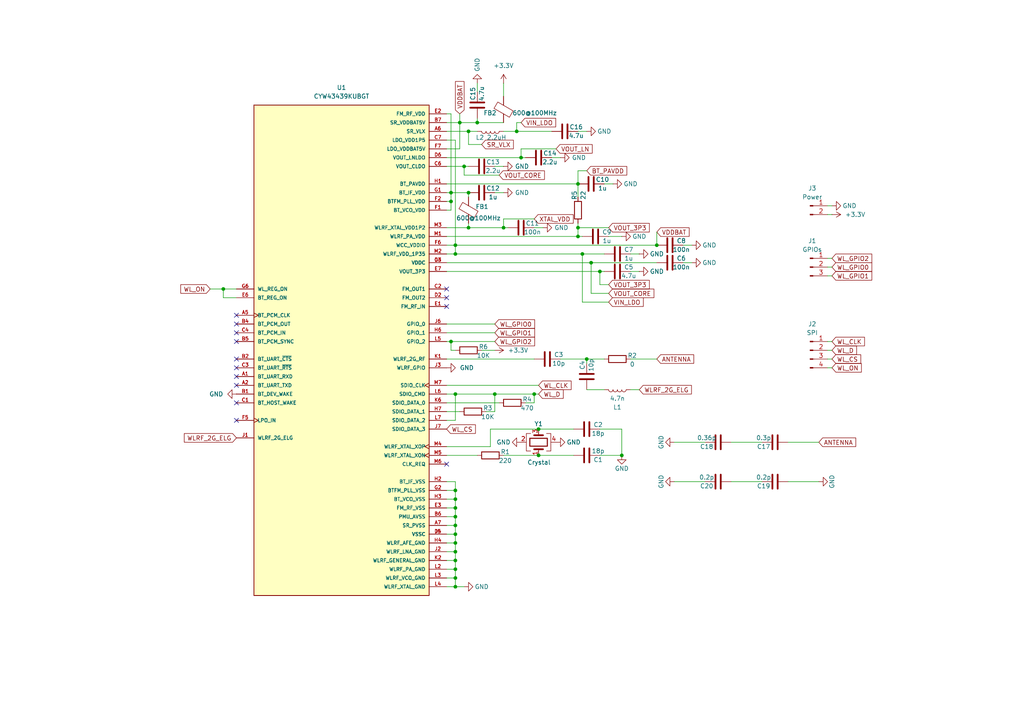
<source format=kicad_sch>
(kicad_sch (version 20231120) (generator "eeschema") (generator_version "8.0")
  (paper "A4")
  (lib_symbols
    (symbol "CYW43439:CYW43439KUBGT" (pin_names (offset 1.016))
      (property "Reference" "U" (at -25.4 73.66 0))
      (property "Value" "CYW43439KUBGT" (at -25.4 -73.66 0))
      (symbol "CYW43439KUBGT_0_0"
        (rectangle (start -25.4 -71.12) (end 25.4 71.12) (stroke (width 0.254)) (fill (type background)))
        (pin input line (at -30.48 -7.62 0) (length 5.08) (name "BT_UART_RXD") (number "A1"))
        (pin output line (at -30.48 -10.16 0) (length 5.08) (name "BT_UART_TXD") (number "A2"))
        (pin bidirectional clock (at -30.48 10.16 0) (length 5.08) (name "BT_PCM_CLK") (number "A5"))
        (pin power_in line (at 30.48 63.5 180) (length 5.08) (name "SR_VLX") (number "A6"))
        (pin power_in line (at 30.48 -50.8 180) (length 5.08) (name "SR_PVSS") (number "A7"))
        (pin bidirectional line (at -30.48 -12.7 0) (length 5.08) (name "BT_DEV_WAKE") (number "B1"))
        (pin input line (at -30.48 -2.54 0) (length 5.08) (name "BT_UART_~{CTS}") (number "B2"))
        (pin output line (at -30.48 7.62 0) (length 5.08) (name "BT_PCM_OUT") (number "B4"))
        (pin bidirectional line (at -30.48 2.54 0) (length 5.08) (name "BT_PCM_SYNC") (number "B5"))
        (pin power_in line (at 30.48 -48.26 180) (length 5.08) (name "PMU_AVSS") (number "B6"))
        (pin power_in line (at 30.48 66.04 180) (length 5.08) (name "SR_VDDBAT5V") (number "B7"))
        (pin bidirectional line (at -30.48 -15.24 0) (length 5.08) (name "BT_HOST_WAKE") (number "C1"))
        (pin output line (at 30.48 17.78 180) (length 5.08) (name "FM_OUT1") (number "C2"))
        (pin output line (at -30.48 -5.08 0) (length 5.08) (name "BT_UART_~{RTS}") (number "C3"))
        (pin input line (at -30.48 5.08 0) (length 5.08) (name "BT_PCM_IN") (number "C4"))
        (pin power_in line (at 30.48 53.34 180) (length 5.08) (name "VOUT_CLDO") (number "C6"))
        (pin power_in line (at 30.48 60.96 180) (length 5.08) (name "LDO_VDD1P5") (number "C7"))
        (pin output line (at 30.48 15.24 180) (length 5.08) (name "FM_OUT2") (number "D2"))
        (pin power_in line (at 30.48 25.4 180) (length 5.08) (name "VDDC") (number "D3"))
        (pin power_in line (at 30.48 -53.34 180) (length 5.08) (name "VSSC") (number "D4"))
        (pin power_in line (at 30.48 55.88 180) (length 5.08) (name "VOUT_LNLDO") (number "D6"))
        (pin input line (at 30.48 12.7 180) (length 5.08) (name "FM_RF_IN") (number "E1"))
        (pin bidirectional line (at 30.48 68.58 180) (length 5.08) (name "FM_RF_VDD") (number "E2"))
        (pin power_in line (at 30.48 -45.72 180) (length 5.08) (name "FM_RF_VSS") (number "E3"))
        (pin input line (at -30.48 15.24 0) (length 5.08) (name "BT_REG_ON") (number "E6"))
        (pin power_in line (at 30.48 22.86 180) (length 5.08) (name "VOUT_3P3") (number "E7"))
        (pin power_in line (at 30.48 40.64 180) (length 5.08) (name "BT_VCO_VDD") (number "F1"))
        (pin power_in line (at 30.48 43.18 180) (length 5.08) (name "BTFM_PLL_VDD") (number "F2"))
        (pin input clock (at -30.48 -20.32 0) (length 5.08) (name "LPO_IN") (number "F5"))
        (pin power_in line (at 30.48 30.48 180) (length 5.08) (name "WCC_VDDIO") (number "F6"))
        (pin power_in line (at 30.48 58.42 180) (length 5.08) (name "LDO_VDDBAT5V") (number "F7"))
        (pin power_in line (at 30.48 45.72 180) (length 5.08) (name "BT_IF_VDD") (number "G1"))
        (pin power_in line (at 30.48 -40.64 180) (length 5.08) (name "BTFM_PLL_VSS") (number "G2"))
        (pin power_in line (at 30.48 25.4 180) (length 5.08) (name "VDDC") (number "G4"))
        (pin input line (at -30.48 17.78 0) (length 5.08) (name "WL_REG_ON") (number "G6"))
        (pin power_in line (at 30.48 48.26 180) (length 5.08) (name "BT_PAVDD") (number "H1"))
        (pin power_in line (at 30.48 -38.1 180) (length 5.08) (name "BT_IF_VSS") (number "H2"))
        (pin power_in line (at 30.48 -43.18 180) (length 5.08) (name "BT_VCO_VSS") (number "H3"))
        (pin power_in line (at 30.48 -55.88 180) (length 5.08) (name "WLRF_AFE_GND") (number "H4"))
        (pin bidirectional line (at 30.48 5.08 180) (length 5.08) (name "GPIO_1") (number "H6"))
        (pin bidirectional line (at 30.48 -17.78 180) (length 5.08) (name "SDIO_DATA_1") (number "H7"))
        (pin input line (at -30.48 -25.4 0) (length 5.08) (name "WLRF_2G_ELG") (number "J1"))
        (pin power_in line (at 30.48 -58.42 180) (length 5.08) (name "WLRF_LNA_GND") (number "J2"))
        (pin bidirectional line (at 30.48 -5.08 180) (length 5.08) (name "WLRF_GPIO") (number "J3"))
        (pin power_in line (at 30.48 -53.34 180) (length 5.08) (name "VSSC") (number "J5"))
        (pin bidirectional line (at 30.48 7.62 180) (length 5.08) (name "GPIO_0") (number "J6"))
        (pin bidirectional line (at 30.48 -22.86 180) (length 5.08) (name "SDIO_DATA_3") (number "J7"))
        (pin output line (at 30.48 -2.54 180) (length 5.08) (name "WLRF_2G_RF") (number "K1"))
        (pin power_in line (at 30.48 -60.96 180) (length 5.08) (name "WLRF_GENERAL_GND") (number "K2"))
        (pin bidirectional line (at 30.48 -15.24 180) (length 5.08) (name "SDIO_DATA_0") (number "K6"))
        (pin power_in line (at 30.48 -63.5 180) (length 5.08) (name "WLRF_PA_GND") (number "L2"))
        (pin power_in line (at 30.48 -66.04 180) (length 5.08) (name "WLRF_VCO_GND") (number "L3"))
        (pin power_in line (at 30.48 -68.58 180) (length 5.08) (name "WLRF_XTAL_GND") (number "L4"))
        (pin bidirectional line (at 30.48 2.54 180) (length 5.08) (name "GPIO_2") (number "L5"))
        (pin bidirectional line (at 30.48 -12.7 180) (length 5.08) (name "SDIO_CMD") (number "L6"))
        (pin bidirectional line (at 30.48 -20.32 180) (length 5.08) (name "SDIO_DATA_2") (number "L7"))
        (pin power_in line (at 30.48 33.02 180) (length 5.08) (name "WLRF_PA_VDD") (number "M1"))
        (pin power_in line (at 30.48 27.94 180) (length 5.08) (name "WLRF_VDD_1P35") (number "M2"))
        (pin power_in line (at 30.48 35.56 180) (length 5.08) (name "WLRF_XTAL_VDD1P2") (number "M3"))
        (pin input clock (at 30.48 -27.94 180) (length 5.08) (name "WLRF_XTAL_XOP") (number "M4"))
        (pin output clock (at 30.48 -30.48 180) (length 5.08) (name "WLRF_XTAL_XON") (number "M5"))
        (pin output line (at 30.48 -33.02 180) (length 5.08) (name "CLK_REQ") (number "M6"))
        (pin input clock (at 30.48 -10.16 180) (length 5.08) (name "SDIO_CLK") (number "M7"))
      )
    )
    (symbol "Connector:Conn_01x02_Pin" (pin_names (offset 1.016) hide)
      (property "Reference" "J" (at 0 2.54 0))
      (property "Value" "Conn_01x02_Pin" (at 0 -5.08 0))
      (symbol "Conn_01x02_Pin_1_1"
        (polyline (pts (xy 1.27 -2.54) (xy 0.8636 -2.54)) (stroke (width 0.1524)))
        (polyline (pts (xy 1.27 0) (xy 0.8636 0)) (stroke (width 0.1524)))
        (rectangle (start 0.8636 -2.413) (end 0 -2.667) (stroke (width 0.1524)) (fill (type outline)))
        (rectangle (start 0.8636 0.127) (end 0 -0.127) (stroke (width 0.1524)) (fill (type outline)))
        (pin passive line (at 5.08 0 180) (length 3.81) (name "Pin_1") (number "1"))
        (pin passive line (at 5.08 -2.54 180) (length 3.81) (name "Pin_2") (number "2"))
      )
    )
    (symbol "Connector:Conn_01x03_Pin" (pin_names (offset 1.016) hide)
      (property "Reference" "J" (at 0 5.08 0))
      (property "Value" "Conn_01x03_Pin" (at 0 -5.08 0))
      (symbol "Conn_01x03_Pin_1_1"
        (polyline (pts (xy 1.27 -2.54) (xy 0.8636 -2.54)) (stroke (width 0.1524)))
        (polyline (pts (xy 1.27 0) (xy 0.8636 0)) (stroke (width 0.1524)))
        (polyline (pts (xy 1.27 2.54) (xy 0.8636 2.54)) (stroke (width 0.1524)))
        (rectangle (start 0.8636 -2.413) (end 0 -2.667) (stroke (width 0.1524)) (fill (type outline)))
        (rectangle (start 0.8636 0.127) (end 0 -0.127) (stroke (width 0.1524)) (fill (type outline)))
        (rectangle (start 0.8636 2.667) (end 0 2.413) (stroke (width 0.1524)) (fill (type outline)))
        (pin passive line (at 5.08 2.54 180) (length 3.81) (name "Pin_1") (number "1"))
        (pin passive line (at 5.08 0 180) (length 3.81) (name "Pin_2") (number "2"))
        (pin passive line (at 5.08 -2.54 180) (length 3.81) (name "Pin_3") (number "3"))
      )
    )
    (symbol "Connector:Conn_01x04_Pin" (pin_names (offset 1.016) hide)
      (property "Reference" "J" (at 0 5.08 0))
      (property "Value" "Conn_01x04_Pin" (at 0 -7.62 0))
      (symbol "Conn_01x04_Pin_1_1"
        (polyline (pts (xy 1.27 -5.08) (xy 0.8636 -5.08)) (stroke (width 0.1524)))
        (polyline (pts (xy 1.27 -2.54) (xy 0.8636 -2.54)) (stroke (width 0.1524)))
        (polyline (pts (xy 1.27 0) (xy 0.8636 0)) (stroke (width 0.1524)))
        (polyline (pts (xy 1.27 2.54) (xy 0.8636 2.54)) (stroke (width 0.1524)))
        (rectangle (start 0.8636 -4.953) (end 0 -5.207) (stroke (width 0.1524)) (fill (type outline)))
        (rectangle (start 0.8636 -2.413) (end 0 -2.667) (stroke (width 0.1524)) (fill (type outline)))
        (rectangle (start 0.8636 0.127) (end 0 -0.127) (stroke (width 0.1524)) (fill (type outline)))
        (rectangle (start 0.8636 2.667) (end 0 2.413) (stroke (width 0.1524)) (fill (type outline)))
        (pin passive line (at 5.08 2.54 180) (length 3.81) (name "Pin_1") (number "1"))
        (pin passive line (at 5.08 0 180) (length 3.81) (name "Pin_2") (number "2"))
        (pin passive line (at 5.08 -2.54 180) (length 3.81) (name "Pin_3") (number "3"))
        (pin passive line (at 5.08 -5.08 180) (length 3.81) (name "Pin_4") (number "4"))
      )
    )
    (symbol "Device:C" (pin_numbers hide) (pin_names (offset 0.254))
      (property "Reference" "C" (at 0.635 2.54 0))
      (property "Value" "C" (at 0.635 -2.54 0))
      (symbol "C_0_1"
        (polyline (pts (xy -2.032 -0.762) (xy 2.032 -0.762)) (stroke (width 0.508)))
        (polyline (pts (xy -2.032 0.762) (xy 2.032 0.762)) (stroke (width 0.508)))
      )
      (symbol "C_1_1"
        (pin passive line (at 0 3.81 270) (length 2.794) (name "~") (number "1"))
        (pin passive line (at 0 -3.81 90) (length 2.794) (name "~") (number "2"))
      )
    )
    (symbol "Device:Crystal_GND24" (pin_names (offset 1.016) hide)
      (property "Reference" "Y" (at 3.175 5.08 0))
      (property "Value" "Crystal_GND24" (at 3.175 3.175 0))
      (symbol "Crystal_GND24_0_1"
        (rectangle (start -1.143 2.54) (end 1.143 -2.54) (stroke (width 0.3048)))
        (polyline (pts (xy -2.54 0) (xy -2.032 0)))
        (polyline (pts (xy -2.032 -1.27) (xy -2.032 1.27)) (stroke (width 0.508)))
        (polyline (pts (xy 0 -3.81) (xy 0 -3.556)))
        (polyline (pts (xy 0 3.556) (xy 0 3.81)))
        (polyline (pts (xy 2.032 -1.27) (xy 2.032 1.27)) (stroke (width 0.508)))
        (polyline (pts (xy 2.032 0) (xy 2.54 0)))
        (polyline (pts (xy -2.54 -2.286) (xy -2.54 -3.556) (xy 2.54 -3.556) (xy 2.54 -2.286)))
        (polyline (pts (xy -2.54 2.286) (xy -2.54 3.556) (xy 2.54 3.556) (xy 2.54 2.286)))
      )
      (symbol "Crystal_GND24_1_1"
        (pin passive line (at -3.81 0 0) (length 1.27) (name "1") (number "1"))
        (pin passive line (at 0 5.08 270) (length 1.27) (name "2") (number "2"))
        (pin passive line (at 3.81 0 180) (length 1.27) (name "3") (number "3"))
        (pin passive line (at 0 -5.08 90) (length 1.27) (name "4") (number "4"))
      )
    )
    (symbol "Device:FerriteBead" (pin_numbers hide) (pin_names (offset 0))
      (property "Reference" "FB" (at -3.81 0.635 90))
      (property "Value" "FerriteBead" (at 3.81 0 90))
      (symbol "FerriteBead_0_1"
        (polyline (pts (xy 0 -1.27) (xy 0 -1.2192)))
        (polyline (pts (xy 0 1.27) (xy 0 1.2954)))
        (polyline (pts (xy -2.7686 0.4064) (xy -1.7018 2.2606) (xy 2.7686 -0.3048) (xy 1.6764 -2.159) (xy -2.7686 0.4064)))
      )
      (symbol "FerriteBead_1_1"
        (pin passive line (at 0 3.81 270) (length 2.54) (name "~") (number "1"))
        (pin passive line (at 0 -3.81 90) (length 2.54) (name "~") (number "2"))
      )
    )
    (symbol "Device:L" (pin_numbers hide) (pin_names (offset 1.016) hide)
      (property "Reference" "L" (at -1.27 0 90))
      (property "Value" "L" (at 1.905 0 90))
      (symbol "L_0_1"
        (arc (start 0 -2.54) (mid 0.6323 -1.905) (end 0 -1.27))
        (arc (start 0 -1.27) (mid 0.6323 -0.635) (end 0 0))
        (arc (start 0 0) (mid 0.6323 0.635) (end 0 1.27))
        (arc (start 0 1.27) (mid 0.6323 1.905) (end 0 2.54))
      )
      (symbol "L_1_1"
        (pin passive line (at 0 3.81 270) (length 1.27) (name "1") (number "1"))
        (pin passive line (at 0 -3.81 90) (length 1.27) (name "2") (number "2"))
      )
    )
    (symbol "Device:R" (pin_numbers hide) (pin_names (offset 0))
      (property "Reference" "R" (at 2.032 0 90))
      (property "Value" "R" (at 0 0 90))
      (symbol "R_0_1"
        (rectangle (start -1.016 -2.54) (end 1.016 2.54) (stroke (width 0.254)))
      )
      (symbol "R_1_1"
        (pin passive line (at 0 3.81 270) (length 1.27) (name "~") (number "1"))
        (pin passive line (at 0 -3.81 90) (length 1.27) (name "~") (number "2"))
      )
    )
    (symbol "power:+3.3V" (power) (pin_numbers hide) (pin_names (offset 0) hide)
      (property "Value" "+3.3V" (at 0 3.556 0))
      (symbol "+3.3V_0_1"
        (polyline (pts (xy -0.762 1.27) (xy 0 2.54)))
        (polyline (pts (xy 0 0) (xy 0 2.54)))
        (polyline (pts (xy 0 2.54) (xy 0.762 1.27)))
      )
      (symbol "+3.3V_1_1"
        (pin power_in line (at 0 0 90) (length 0) (name "~") (number "1"))
      )
    )
    (symbol "power:GND" (power) (pin_numbers hide) (pin_names (offset 0) hide)
      (property "Value" "GND" (at 0 -3.81 0))
      (symbol "GND_0_1"
        (polyline (pts (xy 0 0) (xy 0 -1.27) (xy 1.27 -1.27) (xy 0 -2.54) (xy -1.27 -1.27) (xy 0 -1.27)))
      )
      (symbol "GND_1_1"
        (pin power_in line (at 0 0 270) (length 0) (name "~") (number "1"))
      )
    )
  )
  (junction (at 146.05 66.04))
  (junction (at 151.13 45.72))
  (junction (at 156.21 132.08))
  (junction (at 190.5 71.12))
  (junction (at 135.89 55.88))
  (junction (at 132.08 142.24))
  (junction (at 132.08 162.56))
  (junction (at 130.81 99.06))
  (junction (at 130.81 58.42))
  (junction (at 170.18 104.14))
  (junction (at 133.35 35.56))
  (junction (at 134.62 48.26))
  (junction (at 132.08 144.78))
  (junction (at 132.08 73.66))
  (junction (at 132.08 157.48))
  (junction (at 167.64 53.34))
  (junction (at 132.08 147.32))
  (junction (at 173.99 78.74))
  (junction (at 130.81 55.88))
  (junction (at 171.45 76.2))
  (junction (at 132.08 167.64))
  (junction (at 132.08 160.02))
  (junction (at 135.89 38.1))
  (junction (at 143.51 114.3))
  (junction (at 180.34 132.08))
  (junction (at 132.08 154.94))
  (junction (at 132.08 114.3))
  (junction (at 135.89 66.04))
  (junction (at 154.94 114.3))
  (junction (at 138.43 35.56))
  (junction (at 132.08 170.18))
  (junction (at 64.77 83.82))
  (junction (at 167.64 66.04))
  (junction (at 132.08 165.1))
  (junction (at 149.86 38.1))
  (junction (at 168.91 73.66))
  (junction (at 132.08 71.12))
  (junction (at 132.08 149.86))
  (junction (at 156.21 124.46))
  (junction (at 132.08 152.4))
  (junction (at 167.64 68.58))
  (no_connect (at 129.54 134.62))
  (no_connect (at 129.54 88.9))
  (no_connect (at 129.54 83.82))
  (no_connect (at 129.54 86.36))
  (no_connect (at 68.58 106.68))
  (no_connect (at 68.58 99.06))
  (no_connect (at 68.58 121.92))
  (no_connect (at 68.58 93.98))
  (no_connect (at 68.58 109.22))
  (no_connect (at 68.58 116.84))
  (no_connect (at 68.58 111.76))
  (no_connect (at 68.58 96.52))
  (no_connect (at 68.58 104.14))
  (no_connect (at 68.58 91.44))
  (wire (pts (xy 154.94 116.84) (xy 154.94 114.3)))
  (wire (pts (xy 132.08 114.3) (xy 143.51 114.3)))
  (wire (pts (xy 241.3 74.93) (xy 240.03 74.93)))
  (wire (pts (xy 138.43 35.56) (xy 146.05 35.56)))
  (wire (pts (xy 129.54 38.1) (xy 135.89 38.1)))
  (wire (pts (xy 130.81 58.42) (xy 130.81 55.88)))
  (wire (pts (xy 160.02 45.72) (xy 162.56 45.72)))
  (wire (pts (xy 146.05 63.5) (xy 146.05 66.04)))
  (wire (pts (xy 132.08 139.7) (xy 129.54 139.7)))
  (wire (pts (xy 132.08 149.86) (xy 132.08 152.4)))
  (wire (pts (xy 129.54 119.38) (xy 133.35 119.38)))
  (wire (pts (xy 162.56 104.14) (xy 170.18 104.14)))
  (wire (pts (xy 200.66 76.2) (xy 198.12 76.2)))
  (wire (pts (xy 170.18 104.14) (xy 175.26 104.14)))
  (wire (pts (xy 170.18 38.1) (xy 167.64 38.1)))
  (wire (pts (xy 212.09 139.7) (xy 220.98 139.7)))
  (wire (pts (xy 228.6 139.7) (xy 237.49 139.7)))
  (wire (pts (xy 129.54 76.2) (xy 171.45 76.2)))
  (wire (pts (xy 170.18 49.53) (xy 167.64 49.53)))
  (wire (pts (xy 135.89 64.77) (xy 135.89 66.04)))
  (wire (pts (xy 132.08 165.1) (xy 129.54 165.1)))
  (wire (pts (xy 132.08 71.12) (xy 132.08 73.66)))
  (wire (pts (xy 241.3 80.01) (xy 240.03 80.01)))
  (wire (pts (xy 130.81 60.96) (xy 130.81 58.42)))
  (wire (pts (xy 167.64 64.77) (xy 167.64 66.04)))
  (wire (pts (xy 130.81 55.88) (xy 135.89 55.88)))
  (wire (pts (xy 132.08 71.12) (xy 190.5 71.12)))
  (wire (pts (xy 170.18 104.14) (xy 170.18 105.41)))
  (wire (pts (xy 132.08 142.24) (xy 132.08 144.78)))
  (wire (pts (xy 132.08 73.66) (xy 168.91 73.66)))
  (wire (pts (xy 151.13 43.18) (xy 151.13 45.72)))
  (wire (pts (xy 129.54 43.18) (xy 133.35 43.18)))
  (wire (pts (xy 228.6 128.27) (xy 237.49 128.27)))
  (wire (pts (xy 167.64 66.04) (xy 176.53 66.04)))
  (wire (pts (xy 132.08 147.32) (xy 129.54 147.32)))
  (wire (pts (xy 132.08 101.6) (xy 130.81 101.6)))
  (wire (pts (xy 146.05 38.1) (xy 149.86 38.1)))
  (wire (pts (xy 156.21 132.08) (xy 166.37 132.08)))
  (wire (pts (xy 130.81 33.02) (xy 130.81 55.88)))
  (wire (pts (xy 143.51 93.98) (xy 129.54 93.98)))
  (wire (pts (xy 133.35 33.02) (xy 133.35 35.56)))
  (wire (pts (xy 176.53 85.09) (xy 171.45 85.09)))
  (wire (pts (xy 132.08 170.18) (xy 129.54 170.18)))
  (wire (pts (xy 173.99 78.74) (xy 175.26 78.74)))
  (wire (pts (xy 171.45 85.09) (xy 171.45 76.2)))
  (wire (pts (xy 132.08 154.94) (xy 129.54 154.94)))
  (wire (pts (xy 185.42 73.66) (xy 182.88 73.66)))
  (wire (pts (xy 143.51 114.3) (xy 154.94 114.3)))
  (wire (pts (xy 133.35 35.56) (xy 138.43 35.56)))
  (wire (pts (xy 64.77 86.36) (xy 64.77 83.82)))
  (wire (pts (xy 173.99 82.55) (xy 173.99 78.74)))
  (wire (pts (xy 143.51 101.6) (xy 139.7 101.6)))
  (wire (pts (xy 132.08 165.1) (xy 132.08 167.64)))
  (wire (pts (xy 129.54 33.02) (xy 130.81 33.02)))
  (wire (pts (xy 168.91 73.66) (xy 175.26 73.66)))
  (wire (pts (xy 143.51 96.52) (xy 129.54 96.52)))
  (wire (pts (xy 132.08 139.7) (xy 132.08 142.24)))
  (wire (pts (xy 129.54 66.04) (xy 135.89 66.04)))
  (wire (pts (xy 154.94 66.04) (xy 157.48 66.04)))
  (wire (pts (xy 177.8 53.34) (xy 175.26 53.34)))
  (wire (pts (xy 241.3 99.06) (xy 240.03 99.06)))
  (wire (pts (xy 241.3 106.68) (xy 240.03 106.68)))
  (wire (pts (xy 146.05 24.13) (xy 146.05 27.94)))
  (wire (pts (xy 132.08 162.56) (xy 129.54 162.56)))
  (wire (pts (xy 156.21 124.46) (xy 166.37 124.46)))
  (wire (pts (xy 176.53 87.63) (xy 168.91 87.63)))
  (wire (pts (xy 129.54 111.76) (xy 156.21 111.76)))
  (wire (pts (xy 132.08 152.4) (xy 129.54 152.4)))
  (wire (pts (xy 129.54 116.84) (xy 144.78 116.84)))
  (wire (pts (xy 138.43 26.67) (xy 138.43 24.13)))
  (wire (pts (xy 132.08 160.02) (xy 129.54 160.02)))
  (wire (pts (xy 132.08 167.64) (xy 129.54 167.64)))
  (wire (pts (xy 154.94 114.3) (xy 156.21 114.3)))
  (wire (pts (xy 132.08 167.64) (xy 132.08 170.18)))
  (wire (pts (xy 129.54 35.56) (xy 133.35 35.56)))
  (wire (pts (xy 154.94 63.5) (xy 146.05 63.5)))
  (wire (pts (xy 129.54 121.92) (xy 132.08 121.92)))
  (wire (pts (xy 129.54 40.64) (xy 132.08 40.64)))
  (wire (pts (xy 185.42 78.74) (xy 182.88 78.74)))
  (wire (pts (xy 168.91 68.58) (xy 167.64 68.58)))
  (wire (pts (xy 129.54 68.58) (xy 167.64 68.58)))
  (wire (pts (xy 241.3 62.23) (xy 240.03 62.23)))
  (wire (pts (xy 149.86 38.1) (xy 160.02 38.1)))
  (wire (pts (xy 132.08 40.64) (xy 132.08 71.12)))
  (wire (pts (xy 132.08 149.86) (xy 129.54 149.86)))
  (wire (pts (xy 195.58 128.27) (xy 204.47 128.27)))
  (wire (pts (xy 185.42 113.03) (xy 182.88 113.03)))
  (wire (pts (xy 129.54 132.08) (xy 138.43 132.08)))
  (wire (pts (xy 132.08 157.48) (xy 129.54 157.48)))
  (wire (pts (xy 132.08 121.92) (xy 132.08 114.3)))
  (wire (pts (xy 135.89 66.04) (xy 146.05 66.04)))
  (wire (pts (xy 190.5 67.31) (xy 190.5 71.12)))
  (wire (pts (xy 139.7 41.91) (xy 135.89 41.91)))
  (wire (pts (xy 129.54 129.54) (xy 142.24 129.54)))
  (wire (pts (xy 143.51 99.06) (xy 130.81 99.06)))
  (wire (pts (xy 147.32 66.04) (xy 146.05 66.04)))
  (wire (pts (xy 129.54 45.72) (xy 151.13 45.72)))
  (wire (pts (xy 143.51 55.88) (xy 146.05 55.88)))
  (wire (pts (xy 241.3 104.14) (xy 240.03 104.14)))
  (wire (pts (xy 132.08 147.32) (xy 132.08 149.86)))
  (wire (pts (xy 241.3 77.47) (xy 240.03 77.47)))
  (wire (pts (xy 60.96 83.82) (xy 64.77 83.82)))
  (wire (pts (xy 129.54 114.3) (xy 132.08 114.3)))
  (wire (pts (xy 195.58 139.7) (xy 204.47 139.7)))
  (wire (pts (xy 151.13 45.72) (xy 152.4 45.72)))
  (wire (pts (xy 132.08 144.78) (xy 132.08 147.32)))
  (wire (pts (xy 175.26 113.03) (xy 170.18 113.03)))
  (wire (pts (xy 143.51 48.26) (xy 146.05 48.26)))
  (wire (pts (xy 133.35 43.18) (xy 133.35 35.56)))
  (wire (pts (xy 173.99 124.46) (xy 180.34 124.46)))
  (wire (pts (xy 132.08 142.24) (xy 129.54 142.24)))
  (wire (pts (xy 168.91 87.63) (xy 168.91 73.66)))
  (wire (pts (xy 152.4 116.84) (xy 154.94 116.84)))
  (wire (pts (xy 132.08 162.56) (xy 132.08 165.1)))
  (wire (pts (xy 241.3 59.69) (xy 240.03 59.69)))
  (wire (pts (xy 180.34 68.58) (xy 176.53 68.58)))
  (wire (pts (xy 64.77 83.82) (xy 68.58 83.82)))
  (wire (pts (xy 167.64 66.04) (xy 167.64 68.58)))
  (wire (pts (xy 129.54 60.96) (xy 130.81 60.96)))
  (wire (pts (xy 167.64 49.53) (xy 167.64 53.34)))
  (wire (pts (xy 134.62 48.26) (xy 135.89 48.26)))
  (wire (pts (xy 149.86 35.56) (xy 149.86 38.1)))
  (wire (pts (xy 135.89 41.91) (xy 135.89 38.1)))
  (wire (pts (xy 142.24 129.54) (xy 142.24 124.46)))
  (wire (pts (xy 129.54 73.66) (xy 132.08 73.66)))
  (wire (pts (xy 135.89 55.88) (xy 135.89 57.15)))
  (wire (pts (xy 144.78 50.8) (xy 134.62 50.8)))
  (wire (pts (xy 68.58 86.36) (xy 64.77 86.36)))
  (wire (pts (xy 171.45 76.2) (xy 190.5 76.2)))
  (wire (pts (xy 140.97 119.38) (xy 143.51 119.38)))
  (wire (pts (xy 135.89 38.1) (xy 138.43 38.1)))
  (wire (pts (xy 132.08 154.94) (xy 132.08 157.48)))
  (wire (pts (xy 134.62 170.18) (xy 132.08 170.18)))
  (wire (pts (xy 132.08 157.48) (xy 132.08 160.02)))
  (wire (pts (xy 138.43 34.29) (xy 138.43 35.56)))
  (wire (pts (xy 132.08 144.78) (xy 129.54 144.78)))
  (wire (pts (xy 180.34 124.46) (xy 180.34 132.08)))
  (wire (pts (xy 134.62 50.8) (xy 134.62 48.26)))
  (wire (pts (xy 129.54 58.42) (xy 130.81 58.42)))
  (wire (pts (xy 212.09 128.27) (xy 220.98 128.27)))
  (wire (pts (xy 129.54 53.34) (xy 167.64 53.34)))
  (wire (pts (xy 173.99 132.08) (xy 180.34 132.08)))
  (wire (pts (xy 143.51 119.38) (xy 143.51 114.3)))
  (wire (pts (xy 182.88 104.14) (xy 190.5 104.14)))
  (wire (pts (xy 130.81 101.6) (xy 130.81 99.06)))
  (wire (pts (xy 200.66 71.12) (xy 198.12 71.12)))
  (wire (pts (xy 146.05 132.08) (xy 156.21 132.08)))
  (wire (pts (xy 161.29 43.18) (xy 151.13 43.18)))
  (wire (pts (xy 176.53 82.55) (xy 173.99 82.55)))
  (wire (pts (xy 132.08 152.4) (xy 132.08 154.94)))
  (wire (pts (xy 167.64 53.34) (xy 167.64 57.15)))
  (wire (pts (xy 129.54 55.88) (xy 130.81 55.88)))
  (wire (pts (xy 132.08 71.12) (xy 129.54 71.12)))
  (wire (pts (xy 132.08 160.02) (xy 132.08 162.56)))
  (wire (pts (xy 151.13 35.56) (xy 149.86 35.56)))
  (wire (pts (xy 129.54 104.14) (xy 154.94 104.14)))
  (wire (pts (xy 129.54 78.74) (xy 173.99 78.74)))
  (wire (pts (xy 142.24 124.46) (xy 156.21 124.46)))
  (wire (pts (xy 130.81 99.06) (xy 129.54 99.06)))
  (wire (pts (xy 129.54 48.26) (xy 134.62 48.26)))
  (wire (pts (xy 241.3 101.6) (xy 240.03 101.6)))
  (global_label "ANTENNA" (shape input) (at 190.5 104.14 0) (property "Intersheetrefs" "${INTERSHEET_REFS}" (effects (hide yes))))
  (global_label "WLRF_2G_ELG" (shape input) (at 68.58 127 180) (property "Intersheetrefs" "${INTERSHEET_REFS}" (effects (hide yes))))
  (global_label "VOUT_CORE" (shape input) (at 176.53 85.09 0) (property "Intersheetrefs" "${INTERSHEET_REFS}" (effects (hide yes))))
  (global_label "WL_ON" (shape input) (at 60.96 83.82 180) (property "Intersheetrefs" "${INTERSHEET_REFS}" (effects (hide yes))))
  (global_label "VIN_LDO" (shape input) (at 176.53 87.63 0) (property "Intersheetrefs" "${INTERSHEET_REFS}" (effects (hide yes))))
  (global_label "VDDBAT" (shape input) (at 190.5 67.31 0) (property "Intersheetrefs" "${INTERSHEET_REFS}" (effects (hide yes))))
  (global_label "BT_PAVDD" (shape input) (at 170.18 49.53 0) (property "Intersheetrefs" "${INTERSHEET_REFS}" (effects (hide yes))))
  (global_label "WL_CLK" (shape input) (at 241.3 99.06 0) (property "Intersheetrefs" "${INTERSHEET_REFS}" (effects (hide yes))))
  (global_label "WL_ON" (shape input) (at 241.3 106.68 0) (property "Intersheetrefs" "${INTERSHEET_REFS}" (effects (hide yes))))
  (global_label "WL_CS" (shape input) (at 129.54 124.46 0) (property "Intersheetrefs" "${INTERSHEET_REFS}" (effects (hide yes))))
  (global_label "VOUT_CORE" (shape input) (at 144.78 50.8 0) (property "Intersheetrefs" "${INTERSHEET_REFS}" (effects (hide yes))))
  (global_label "WL_D" (shape input) (at 156.21 114.3 0) (property "Intersheetrefs" "${INTERSHEET_REFS}" (effects (hide yes))))
  (global_label "VOUT_3P3" (shape input) (at 176.53 66.04 0) (property "Intersheetrefs" "${INTERSHEET_REFS}" (effects (hide yes))))
  (global_label "ANTENNA" (shape input) (at 237.49 128.27 0) (property "Intersheetrefs" "${INTERSHEET_REFS}" (effects (hide yes))))
  (global_label "WL_CLK" (shape input) (at 156.21 111.76 0) (property "Intersheetrefs" "${INTERSHEET_REFS}" (effects (hide yes))))
  (global_label "VDDBAT" (shape input) (at 133.35 33.02 90) (property "Intersheetrefs" "${INTERSHEET_REFS}" (effects (hide yes))))
  (global_label "WL_GPIO1" (shape input) (at 241.3 80.01 0) (property "Intersheetrefs" "${INTERSHEET_REFS}" (effects (hide yes))))
  (global_label "WL_GPIO1" (shape input) (at 143.51 96.52 0) (property "Intersheetrefs" "${INTERSHEET_REFS}" (effects (hide yes))))
  (global_label "SR_VLX" (shape input) (at 139.7 41.91 0) (property "Intersheetrefs" "${INTERSHEET_REFS}" (effects (hide yes))))
  (global_label "XTAL_VDD" (shape input) (at 154.94 63.5 0) (property "Intersheetrefs" "${INTERSHEET_REFS}" (effects (hide yes))))
  (global_label "VOUT_LN" (shape input) (at 161.29 43.18 0) (property "Intersheetrefs" "${INTERSHEET_REFS}" (effects (hide yes))))
  (global_label "WL_CS" (shape input) (at 241.3 104.14 0) (property "Intersheetrefs" "${INTERSHEET_REFS}" (effects (hide yes))))
  (global_label "WL_GPIO2" (shape input) (at 143.51 99.06 0) (property "Intersheetrefs" "${INTERSHEET_REFS}" (effects (hide yes))))
  (global_label "WL_D" (shape input) (at 241.3 101.6 0) (property "Intersheetrefs" "${INTERSHEET_REFS}" (effects (hide yes))))
  (global_label "WL_GPIO2" (shape input) (at 241.3 74.93 0) (property "Intersheetrefs" "${INTERSHEET_REFS}" (effects (hide yes))))
  (global_label "WLRF_2G_ELG" (shape input) (at 185.42 113.03 0) (property "Intersheetrefs" "${INTERSHEET_REFS}" (effects (hide yes))))
  (global_label "VOUT_3P3" (shape input) (at 176.53 82.55 0) (property "Intersheetrefs" "${INTERSHEET_REFS}" (effects (hide yes))))
  (global_label "WL_GPIO0" (shape input) (at 143.51 93.98 0) (property "Intersheetrefs" "${INTERSHEET_REFS}" (effects (hide yes))))
  (global_label "WL_GPIO0" (shape input) (at 241.3 77.47 0) (property "Intersheetrefs" "${INTERSHEET_REFS}" (effects (hide yes))))
  (global_label "VIN_LDO" (shape input) (at 151.13 35.56 0) (property "Intersheetrefs" "${INTERSHEET_REFS}" (effects (hide yes))))
  (symbol (lib_id "power:GND") (at 157.48 66.04 90) (unit 1)
    (property "Reference" "#PWR012" (effects (hide yes)))
    (property "Value" "GND" (at 160.782 66.04 90) (effects (justify right)))
    (property "Description" "Power symbol creates a global label with name \"GND\" , ground" (effects (hide yes)))
  )
  (symbol (lib_id "power:+3.3V") (at 146.05 24.13 0) (unit 1)
    (property "Reference" "#PWR017" (effects (hide yes)))
    (property "Value" "+3.3V" (at 146.05 19.05 0))
    (property "Description" "Power symbol creates a global label with name \"+3.3V\"" (effects (hide yes)))
  )
  (symbol (lib_id "CYW43439:CYW43439KUBGT") (at 99.06 101.6 0) (unit 1)
    (property "Reference" "U1" (at 99.06 25.4 0))
    (property "Value" "CYW43439KUBGT" (at 99.06 27.94 0))
    (property "Footprint" "CYW43439KUBGT:BGA63N40P7X12_287X487X55N" (effects (hide yes)))
    (property "MF" "Infineon Technologies" (effects (hide yes)))
    (property "MAXIMUM_PACKAGE_HEIGHT" "0.55mm" (effects (hide yes)))
    (property "Package" "UFBGA-63 Infineon" (effects (hide yes)))
    (property "Price" "None" (effects (hide yes)))
    (property "Check_prices" "https://www.snapeda.com/parts/CYW43439KUBGT/Infineon/view-part/?ref=eda" (effects (hide yes)))
    (property "STANDARD" "IPC-7351B" (effects (hide yes)))
    (property "PARTREV" "D" (effects (hide yes)))
    (property "SnapEDA_Link" "https://www.snapeda.com/parts/CYW43439KUBGT/Infineon/view-part/?ref=snap" (effects (hide yes)))
    (property "MP" "CYW43439KUBGT" (effects (hide yes)))
    (property "Purchase-URL" "https://www.snapeda.com/api/url_track_click_mouser/?unipart_id=12261702&manufacturer=Infineon Technologies&part_name=CYW43439KUBGT&search_term=None" (effects (hide yes)))
    (property "Description_1" "\nIC RF TxRx + MCU Bluetooth, WiFi 802.11a/b/g/n, Bluetooth v5.2 + EDR, Class 1, 2 2.4GHz 63-UFBGA, WLBGA\n" (effects (hide yes)))
    (property "Availability" "In Stock" (effects (hide yes)))
    (property "MANUFACTURER" "Infineon" (effects (hide yes)))
    (property "LCSC" "C5359496" (effects (hide yes)))
  )
  (symbol (lib_id "Device:C") (at 194.31 76.2 90) (unit 1)
    (property "Reference" "C6" (at 197.612 74.93 90))
    (property "Value" "100n" (at 197.612 77.47 90))
    (property "Footprint" "Capacitor_SMD:C_0603_1608Metric" (effects (hide yes)))
    (property "Description" "Unpolarized capacitor" (effects (hide yes)))
    (property "LCSC" "C14663" (effects (hide yes)))
  )
  (symbol (lib_id "Device:C") (at 139.7 48.26 90) (unit 1)
    (property "Reference" "C13" (at 143.002 46.99 90))
    (property "Value" "2.2u" (at 143.002 49.53 90))
    (property "Footprint" "Capacitor_SMD:C_0603_1608Metric" (effects (hide yes)))
    (property "Description" "Unpolarized capacitor" (effects (hide yes)))
    (property "LCSC" "C23630" (effects (hide yes)))
  )
  (symbol (lib_id "Device:Crystal_GND24") (at 156.21 128.27 90) (unit 1)
    (property "Reference" "Y1" (at 157.48 122.936 90) (effects (justify left)))
    (property "Value" "Crystal" (at 159.766 134.112 90) (effects (justify left)))
    (property "Footprint" "Crystal:Crystal_SMD_2016-4Pin_2.0x1.6mm" (effects (hide yes)))
    (property "Description" "Four pin crystal, GND on pins 2 and 4" (effects (hide yes)))
    (property "LCSC" "C2901740" (effects (hide yes)))
  )
  (symbol (lib_id "Device:C") (at 170.18 124.46 90) (unit 1)
    (property "Reference" "C2" (at 173.482 123.19 90))
    (property "Value" "18p" (at 173.482 125.73 90))
    (property "Footprint" "Capacitor_SMD:C_0603_1608Metric" (effects (hide yes)))
    (property "Description" "Unpolarized capacitor" (effects (hide yes)))
    (property "LCSC" "C1647" (effects (hide yes)))
  )
  (symbol (lib_id "power:GND") (at 177.8 53.34 90) (unit 1)
    (property "Reference" "#PWR011" (effects (hide yes)))
    (property "Value" "GND" (at 180.848 53.34 90) (effects (justify right)))
    (property "Description" "Power symbol creates a global label with name \"GND\" , ground" (effects (hide yes)))
  )
  (symbol (lib_id "Device:C") (at 194.31 71.12 90) (unit 1)
    (property "Reference" "C8" (at 197.612 69.85 90))
    (property "Value" "100n" (at 197.612 72.39 90))
    (property "Footprint" "Capacitor_SMD:C_0603_1608Metric" (effects (hide yes)))
    (property "Description" "Unpolarized capacitor" (effects (hide yes)))
    (property "LCSC" "C14663" (effects (hide yes)))
  )
  (symbol (lib_id "Device:C") (at 158.75 104.14 90) (unit 1)
    (property "Reference" "C3" (at 162.052 102.87 90))
    (property "Value" "10p" (at 162.052 105.41 90))
    (property "Footprint" "Capacitor_SMD:C_0603_1608Metric" (effects (hide yes)))
    (property "Description" "Unpolarized capacitor" (effects (hide yes)))
    (property "LCSC" "C1634" (effects (hide yes)))
  )
  (symbol (lib_id "Device:C") (at 172.72 68.58 90) (unit 1)
    (property "Reference" "C9" (at 176.022 67.31 90))
    (property "Value" "1u" (at 176.022 69.85 90))
    (property "Footprint" "Capacitor_SMD:C_0603_1608Metric" (effects (hide yes)))
    (property "Description" "Unpolarized capacitor" (effects (hide yes)))
    (property "LCSC" "C15849" (effects (hide yes)))
  )
  (symbol (lib_id "power:+3.3V") (at 241.3 62.23 270) (unit 1)
    (property "Reference" "#PWR021" (effects (hide yes)))
    (property "Value" "+3.3V" (at 245.11 62.2299 90) (effects (justify left)))
    (property "Description" "Power symbol creates a global label with name \"+3.3V\"" (effects (hide yes)))
  )
  (symbol (lib_id "power:GND") (at 200.66 71.12 90) (unit 1)
    (property "Reference" "#PWR09" (effects (hide yes)))
    (property "Value" "GND" (at 203.708 71.12 90) (effects (justify right)))
    (property "Description" "Power symbol creates a global label with name \"GND\" , ground" (effects (hide yes)))
  )
  (symbol (lib_id "Device:C") (at 179.07 78.74 90) (unit 1)
    (property "Reference" "C5" (at 182.372 77.47 90))
    (property "Value" "4.7u" (at 182.372 80.01 90))
    (property "Footprint" "Capacitor_SMD:C_0603_1608Metric" (effects (hide yes)))
    (property "Description" "Unpolarized capacitor" (effects (hide yes)))
    (property "LCSC" "C19666" (effects (hide yes)))
  )
  (symbol (lib_id "power:GND") (at 195.58 139.7 270) (unit 1)
    (property "Reference" "#PWR023" (effects (hide yes)))
    (property "Value" "GND" (at 191.77 139.7 0))
    (property "Description" "Power symbol creates a global label with name \"GND\" , ground" (effects (hide yes)))
  )
  (symbol (lib_id "Device:C") (at 224.79 139.7 270) (unit 1)
    (property "Reference" "C19" (at 221.488 140.97 90))
    (property "Value" "0.2p" (at 221.488 138.43 90))
    (property "Footprint" "Capacitor_SMD:C_0402_1005Metric" (effects (hide yes)))
    (property "Description" "Unpolarized capacitor" (effects (hide yes)))
    (property "LCSC" "C2836760" (effects (hide yes)))
  )
  (symbol (lib_id "Device:R") (at 179.07 104.14 90) (unit 1)
    (property "Reference" "R2" (at 183.388 103.124 90))
    (property "Value" "0" (at 183.388 105.664 90))
    (property "Footprint" "Resistor_SMD:R_0603_1608Metric" (effects (hide yes)))
    (property "Description" "Resistor" (effects (hide yes)))
  )
  (symbol (lib_id "Device:C") (at 138.43 30.48 180) (unit 1)
    (property "Reference" "C15" (at 137.16 27.178 90))
    (property "Value" "4.7u" (at 139.7 27.178 90))
    (property "Footprint" "Capacitor_SMD:C_0603_1608Metric" (effects (hide yes)))
    (property "Description" "Unpolarized capacitor" (effects (hide yes)))
    (property "LCSC" "C19666" (effects (hide yes)))
  )
  (symbol (lib_id "power:GND") (at 241.3 59.69 90) (unit 1)
    (property "Reference" "#PWR020" (effects (hide yes)))
    (property "Value" "GND" (at 244.348 59.69 90) (effects (justify right)))
    (property "Description" "Power symbol creates a global label with name \"GND\" , ground" (effects (hide yes)))
  )
  (symbol (lib_id "power:GND") (at 185.42 73.66 90) (unit 1)
    (property "Reference" "#PWR08" (effects (hide yes)))
    (property "Value" "GND" (at 188.468 73.66 90) (effects (justify right)))
    (property "Description" "Power symbol creates a global label with name \"GND\" , ground" (effects (hide yes)))
  )
  (symbol (lib_id "Device:C") (at 224.79 128.27 270) (unit 1)
    (property "Reference" "C17" (at 221.488 129.54 90))
    (property "Value" "0.3p" (at 221.488 127 90))
    (property "Footprint" "Capacitor_SMD:C_0402_1005Metric" (effects (hide yes)))
    (property "Description" "Unpolarized capacitor" (effects (hide yes)))
    (property "LCSC" "C880415" (effects (hide yes)))
  )
  (symbol (lib_id "power:GND") (at 195.58 128.27 270) (unit 1)
    (property "Reference" "#PWR022" (effects (hide yes)))
    (property "Value" "GND" (at 191.77 128.27 0))
    (property "Description" "Power symbol creates a global label with name \"GND\" , ground" (effects (hide yes)))
  )
  (symbol (lib_id "Device:C") (at 156.21 45.72 90) (unit 1)
    (property "Reference" "C14" (at 159.512 44.45 90))
    (property "Value" "2.2u" (at 159.512 46.99 90))
    (property "Footprint" "Capacitor_SMD:C_0603_1608Metric" (effects (hide yes)))
    (property "Description" "Unpolarized capacitor" (effects (hide yes)))
    (property "LCSC" "C23630" (effects (hide yes)))
  )
  (symbol (lib_id "power:GND") (at 68.58 114.3 270) (unit 1)
    (property "Reference" "#PWR04" (effects (hide yes)))
    (property "Value" "GND" (at 64.77 114.2999 90) (effects (justify right)))
    (property "Description" "Power symbol creates a global label with name \"GND\" , ground" (effects (hide yes)))
  )
  (symbol (lib_id "power:GND") (at 170.18 38.1 90) (unit 1)
    (property "Reference" "#PWR018" (effects (hide yes)))
    (property "Value" "GND" (at 173.228 38.1 90) (effects (justify right)))
    (property "Description" "Power symbol creates a global label with name \"GND\" , ground" (effects (hide yes)))
  )
  (symbol (lib_id "power:GND") (at 134.62 170.18 90) (unit 1)
    (property "Reference" "#PWR05" (effects (hide yes)))
    (property "Value" "GND" (at 137.668 170.18 90) (effects (justify right)))
    (property "Description" "Power symbol creates a global label with name \"GND\" , ground" (effects (hide yes)))
  )
  (symbol (lib_id "power:+3.3V") (at 143.51 101.6 270) (unit 1)
    (property "Reference" "#PWR019" (effects (hide yes)))
    (property "Value" "+3.3V" (at 147.32 101.5999 90) (effects (justify left)))
    (property "Description" "Power symbol creates a global label with name \"+3.3V\"" (effects (hide yes)))
  )
  (symbol (lib_id "power:GND") (at 151.13 128.27 270) (unit 1)
    (property "Reference" "#PWR025" (effects (hide yes)))
    (property "Value" "GND" (at 148.082 128.27 90) (effects (justify right)))
    (property "Description" "Power symbol creates a global label with name \"GND\" , ground" (effects (hide yes)))
  )
  (symbol (lib_id "power:GND") (at 237.49 139.7 90) (unit 1)
    (property "Reference" "#PWR024" (effects (hide yes)))
    (property "Value" "GND" (at 241.3 139.7 0))
    (property "Description" "Power symbol creates a global label with name \"GND\" , ground" (effects (hide yes)))
  )
  (symbol (lib_id "Device:L") (at 142.24 38.1 270) (unit 1)
    (property "Reference" "L2" (at 139.192 39.878 90))
    (property "Value" "2.2uH" (at 144.018 39.878 90))
    (property "Footprint" "Inductor_SMD:L_0603_1608Metric" (effects (hide yes)))
    (property "Description" "Inductor" (effects (hide yes)))
  )
  (symbol (lib_id "Device:C") (at 208.28 128.27 270) (unit 1)
    (property "Reference" "C18" (at 204.978 129.54 90))
    (property "Value" "0.36p" (at 204.978 127 90))
    (property "Footprint" "Capacitor_SMD:C_0402_1005Metric" (effects (hide yes)))
    (property "Description" "Unpolarized capacitor" (effects (hide yes)))
  )
  (symbol (lib_id "power:GND") (at 180.34 68.58 90) (unit 1)
    (property "Reference" "#PWR010" (effects (hide yes)))
    (property "Value" "GND" (at 183.388 68.58 90) (effects (justify right)))
    (property "Description" "Power symbol creates a global label with name \"GND\" , ground" (effects (hide yes)))
  )
  (symbol (lib_id "Connector:Conn_01x03_Pin") (at 234.95 77.47 0) (unit 1)
    (property "Reference" "J1" (at 235.585 69.85 0))
    (property "Value" "GPIOs" (at 235.585 72.39 0))
    (property "Footprint" "Connector_PinHeader_2.54mm:PinHeader_1x03_P2.54mm_Vertical" (effects (hide yes)))
    (property "Description" "Generic connector, single row, 01x03, script generated" (effects (hide yes)))
  )
  (symbol (lib_id "Device:C") (at 170.18 132.08 90) (unit 1)
    (property "Reference" "C1" (at 173.482 133.35 90))
    (property "Value" "18p" (at 173.482 130.81 90))
    (property "Footprint" "Capacitor_SMD:C_0603_1608Metric" (effects (hide yes)))
    (property "Description" "Unpolarized capacitor" (effects (hide yes)))
    (property "LCSC" "C1647" (effects (hide yes)))
  )
  (symbol (lib_id "Device:C") (at 170.18 109.22 180) (unit 1)
    (property "Reference" "C4" (at 168.91 105.918 90))
    (property "Value" "10p" (at 171.45 105.918 90))
    (property "Footprint" "Capacitor_SMD:C_0603_1608Metric" (effects (hide yes)))
    (property "Description" "Unpolarized capacitor" (effects (hide yes)))
    (property "LCSC" "C1634" (effects (hide yes)))
  )
  (symbol (lib_id "power:GND") (at 146.05 55.88 90) (unit 1)
    (property "Reference" "#PWR013" (effects (hide yes)))
    (property "Value" "GND" (at 149.352 55.88 90) (effects (justify right)))
    (property "Description" "Power symbol creates a global label with name \"GND\" , ground" (effects (hide yes)))
  )
  (symbol (lib_id "power:GND") (at 146.05 48.26 90) (unit 1)
    (property "Reference" "#PWR014" (effects (hide yes)))
    (property "Value" "GND" (at 149.352 48.26 90) (effects (justify right)))
    (property "Description" "Power symbol creates a global label with name \"GND\" , ground" (effects (hide yes)))
  )
  (symbol (lib_id "power:GND") (at 180.34 132.08 0) (unit 1)
    (property "Reference" "#PWR01" (effects (hide yes)))
    (property "Value" "GND" (at 180.34 135.89 0))
    (property "Description" "Power symbol creates a global label with name \"GND\" , ground" (effects (hide yes)))
  )
  (symbol (lib_id "Device:R") (at 142.24 132.08 90) (unit 1)
    (property "Reference" "R1" (at 146.558 131.064 90))
    (property "Value" "220" (at 146.558 133.604 90))
    (property "Footprint" "Resistor_SMD:R_0603_1608Metric" (effects (hide yes)))
    (property "Description" "Resistor" (effects (hide yes)))
    (property "LCSC" "C22962" (effects (hide yes)))
  )
  (symbol (lib_id "Device:FerriteBead") (at 146.05 31.75 180) (unit 1)
    (property "Reference" "FB2" (at 144.018 32.766 0) (effects (justify left)))
    (property "Value" "600@100MHz" (at 161.544 32.766 0) (effects (justify left)))
    (property "Footprint" "Inductor_SMD:L_0603_1608Metric" (effects (hide yes)))
    (property "Description" "Ferrite bead" (effects (hide yes)))
  )
  (symbol (lib_id "power:GND") (at 162.56 45.72 90) (unit 1)
    (property "Reference" "#PWR015" (effects (hide yes)))
    (property "Value" "GND" (at 165.862 45.72 90) (effects (justify right)))
    (property "Description" "Power symbol creates a global label with name \"GND\" , ground" (effects (hide yes)))
  )
  (symbol (lib_id "power:GND") (at 185.42 78.74 90) (unit 1)
    (property "Reference" "#PWR06" (effects (hide yes)))
    (property "Value" "GND" (at 188.468 78.74 90) (effects (justify right)))
    (property "Description" "Power symbol creates a global label with name \"GND\" , ground" (effects (hide yes)))
  )
  (symbol (lib_id "Device:FerriteBead") (at 135.89 60.96 0) (unit 1)
    (property "Reference" "FB1" (at 137.922 59.944 0) (effects (justify left)))
    (property "Value" "600@100MHz" (at 132.334 63.246 0) (effects (justify left)))
    (property "Footprint" "Inductor_SMD:L_0603_1608Metric" (effects (hide yes)))
    (property "Description" "Ferrite bead" (effects (hide yes)))
  )
  (symbol (lib_id "Device:L") (at 179.07 113.03 270) (unit 1)
    (property "Reference" "L1" (at 179.07 118.11 90))
    (property "Value" "4.7n" (at 179.07 115.57 90))
    (property "Footprint" "Inductor_SMD:L_0603_1608Metric" (effects (hide yes)))
    (property "Description" "Inductor" (effects (hide yes)))
    (property "LCSC" "C1030" (effects (hide yes)))
  )
  (symbol (lib_id "Device:R") (at 137.16 119.38 90) (unit 1)
    (property "Reference" "R3" (at 141.478 118.364 90))
    (property "Value" "10K" (at 141.478 120.904 90))
    (property "Footprint" "Resistor_SMD:R_0603_1608Metric" (effects (hide yes)))
    (property "Description" "Resistor" (effects (hide yes)))
    (property "LCSC" "C25804" (effects (hide yes)))
  )
  (symbol (lib_id "Device:C") (at 208.28 139.7 270) (unit 1)
    (property "Reference" "C20" (at 204.978 140.97 90))
    (property "Value" "0.2p" (at 204.978 138.43 90))
    (property "Footprint" "Capacitor_SMD:C_0402_1005Metric" (effects (hide yes)))
    (property "Description" "Unpolarized capacitor" (effects (hide yes)))
    (property "LCSC" "C2836760" (effects (hide yes)))
  )
  (symbol (lib_id "Device:C") (at 171.45 53.34 90) (unit 1)
    (property "Reference" "C10" (at 174.752 52.07 90))
    (property "Value" "1u" (at 174.752 54.61 90))
    (property "Footprint" "Capacitor_SMD:C_0603_1608Metric" (effects (hide yes)))
    (property "Description" "Unpolarized capacitor" (effects (hide yes)))
    (property "LCSC" "C15849" (effects (hide yes)))
  )
  (symbol (lib_id "Device:C") (at 151.13 66.04 90) (unit 1)
    (property "Reference" "C11" (at 154.432 64.77 90))
    (property "Value" "100n" (at 154.432 67.31 90))
    (property "Footprint" "Capacitor_SMD:C_0603_1608Metric" (effects (hide yes)))
    (property "Description" "Unpolarized capacitor" (effects (hide yes)))
    (property "LCSC" "C14663" (effects (hide yes)))
  )
  (symbol (lib_id "Device:R") (at 135.89 101.6 90) (unit 1)
    (property "Reference" "R6" (at 140.208 100.584 90))
    (property "Value" "10K" (at 140.208 103.124 90))
    (property "Footprint" "Resistor_SMD:R_0603_1608Metric" (effects (hide yes)))
    (property "Description" "Resistor" (effects (hide yes)))
    (property "LCSC" "C25804" (effects (hide yes)))
  )
  (symbol (lib_id "power:GND") (at 138.43 24.13 180) (unit 1)
    (property "Reference" "#PWR016" (effects (hide yes)))
    (property "Value" "GND" (at 138.43 20.828 90) (effects (justify right)))
    (property "Description" "Power symbol creates a global label with name \"GND\" , ground" (effects (hide yes)))
  )
  (symbol (lib_id "Device:C") (at 163.83 38.1 90) (unit 1)
    (property "Reference" "C16" (at 167.132 36.83 90))
    (property "Value" "4.7u" (at 167.132 39.37 90))
    (property "Footprint" "Capacitor_SMD:C_0603_1608Metric" (effects (hide yes)))
    (property "Description" "Unpolarized capacitor" (effects (hide yes)))
    (property "LCSC" "C19666" (effects (hide yes)))
  )
  (symbol (lib_id "power:GND") (at 200.66 76.2 90) (unit 1)
    (property "Reference" "#PWR07" (effects (hide yes)))
    (property "Value" "GND" (at 203.708 76.2 90) (effects (justify right)))
    (property "Description" "Power symbol creates a global label with name \"GND\" , ground" (effects (hide yes)))
  )
  (symbol (lib_id "power:GND") (at 129.54 106.68 90) (unit 1)
    (property "Reference" "#PWR03" (effects (hide yes)))
    (property "Value" "GND" (at 133.35 106.6799 90) (effects (justify right)))
    (property "Description" "Power symbol creates a global label with name \"GND\" , ground" (effects (hide yes)))
  )
  (symbol (lib_id "Device:R") (at 167.64 60.96 180) (unit 1)
    (property "Reference" "R5" (at 166.624 56.642 90))
    (property "Value" "22" (at 169.164 56.642 90))
    (property "Footprint" "Resistor_SMD:R_0603_1608Metric" (effects (hide yes)))
    (property "Description" "Resistor" (effects (hide yes)))
    (property "LCSC" "C23345" (effects (hide yes)))
  )
  (symbol (lib_id "power:GND") (at 161.29 128.27 90) (unit 1)
    (property "Reference" "#PWR02" (effects (hide yes)))
    (property "Value" "GND" (at 164.338 128.27 90) (effects (justify right)))
    (property "Description" "Power symbol creates a global label with name \"GND\" , ground" (effects (hide yes)))
  )
  (symbol (lib_id "Device:C") (at 179.07 73.66 90) (unit 1)
    (property "Reference" "C7" (at 182.372 72.39 90))
    (property "Value" "1u" (at 182.372 74.93 90))
    (property "Footprint" "Capacitor_SMD:C_0603_1608Metric" (effects (hide yes)))
    (property "Description" "Unpolarized capacitor" (effects (hide yes)))
    (property "LCSC" "C15849" (effects (hide yes)))
  )
  (symbol (lib_id "Connector:Conn_01x02_Pin") (at 234.95 59.69 0) (unit 1)
    (property "Reference" "J3" (at 235.585 54.61 0))
    (property "Value" "Power" (at 235.585 57.15 0))
    (property "Footprint" "Connector_PinHeader_2.54mm:PinHeader_1x02_P2.54mm_Vertical" (effects (hide yes)))
    (property "Description" "Generic connector, single row, 01x02, script generated" (effects (hide yes)))
  )
  (symbol (lib_id "Connector:Conn_01x04_Pin") (at 234.95 101.6 0) (unit 1)
    (property "Reference" "J2" (at 235.585 93.98 0))
    (property "Value" "SPI" (at 235.585 96.52 0))
    (property "Footprint" "Connector_PinHeader_2.54mm:PinHeader_1x04_P2.54mm_Vertical" (effects (hide yes)))
    (property "Description" "Generic connector, single row, 01x04, script generated" (effects (hide yes)))
  )
  (symbol (lib_id "Device:C") (at 139.7 55.88 90) (unit 1)
    (property "Reference" "C12" (at 143.002 54.61 90))
    (property "Value" "1u" (at 143.002 57.15 90))
    (property "Footprint" "Capacitor_SMD:C_0603_1608Metric" (effects (hide yes)))
    (property "Description" "Unpolarized capacitor" (effects (hide yes)))
    (property "LCSC" "C15849" (effects (hide yes)))
  )
  (symbol (lib_id "Device:R") (at 148.59 116.84 90) (unit 1)
    (property "Reference" "R4" (at 152.908 115.824 90))
    (property "Value" "470" (at 152.908 118.364 90))
    (property "Footprint" "Resistor_SMD:R_0603_1608Metric" (effects (hide yes)))
    (property "Description" "Resistor" (effects (hide yes)))
    (property "LCSC" " C23179" (effects (hide yes)))
  )
)
</source>
